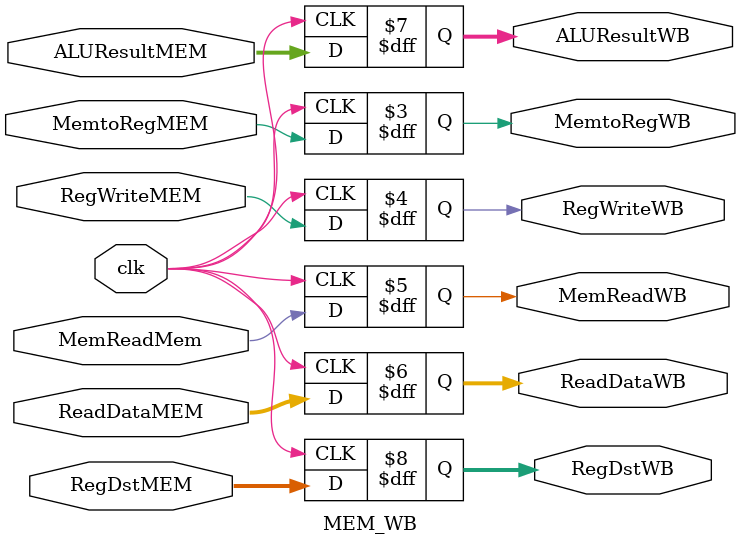
<source format=v>
`timescale 1ns / 1ps


module MEM_WB(MemtoRegMEM, RegWriteMEM, ReadDataMEM, ALUResultMEM, RegDstMEM, 
MemtoRegWB, RegWriteWB, ReadDataWB, ALUResultWB, RegDstWB,MemReadMem,MemReadWB,clk);
    input MemtoRegMEM, RegWriteMEM,MemReadMem,clk;
    input [31:0] ReadDataMEM, ALUResultMEM;
    input [4:0] RegDstMEM;
    output reg MemtoRegWB, RegWriteWB,MemReadWB;
    output reg [31:0] ReadDataWB, ALUResultWB;
    output reg [4:0] RegDstWB;
    
    initial begin
    MemtoRegWB<=1'b0;
    RegWriteWB<=1'b0;
    end
    
    always @(posedge clk) begin
        MemtoRegWB<=MemtoRegMEM;
        RegWriteWB<=RegWriteMEM;
        ReadDataWB<=ReadDataMEM;
        ALUResultWB<=ALUResultMEM;
        RegDstWB<=RegDstMEM;
        MemReadWB<=MemReadMem;
    end
endmodule

</source>
